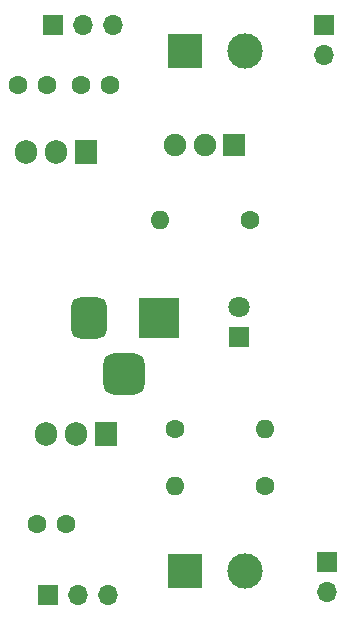
<source format=gbr>
%TF.GenerationSoftware,KiCad,Pcbnew,(6.0.7-1)-1*%
%TF.CreationDate,2022-08-03T11:09:00+05:30*%
%TF.ProjectId,Project2_Udemy,50726f6a-6563-4743-925f-5564656d792e,rev?*%
%TF.SameCoordinates,Original*%
%TF.FileFunction,Soldermask,Top*%
%TF.FilePolarity,Negative*%
%FSLAX46Y46*%
G04 Gerber Fmt 4.6, Leading zero omitted, Abs format (unit mm)*
G04 Created by KiCad (PCBNEW (6.0.7-1)-1) date 2022-08-03 11:09:00*
%MOMM*%
%LPD*%
G01*
G04 APERTURE LIST*
G04 Aperture macros list*
%AMRoundRect*
0 Rectangle with rounded corners*
0 $1 Rounding radius*
0 $2 $3 $4 $5 $6 $7 $8 $9 X,Y pos of 4 corners*
0 Add a 4 corners polygon primitive as box body*
4,1,4,$2,$3,$4,$5,$6,$7,$8,$9,$2,$3,0*
0 Add four circle primitives for the rounded corners*
1,1,$1+$1,$2,$3*
1,1,$1+$1,$4,$5*
1,1,$1+$1,$6,$7*
1,1,$1+$1,$8,$9*
0 Add four rect primitives between the rounded corners*
20,1,$1+$1,$2,$3,$4,$5,0*
20,1,$1+$1,$4,$5,$6,$7,0*
20,1,$1+$1,$6,$7,$8,$9,0*
20,1,$1+$1,$8,$9,$2,$3,0*%
G04 Aperture macros list end*
%ADD10C,1.600000*%
%ADD11R,3.000000X3.000000*%
%ADD12C,3.000000*%
%ADD13R,1.700000X1.700000*%
%ADD14O,1.700000X1.700000*%
%ADD15R,1.900000X1.900000*%
%ADD16C,1.900000*%
%ADD17R,1.905000X2.000000*%
%ADD18O,1.905000X2.000000*%
%ADD19O,1.600000X1.600000*%
%ADD20R,1.800000X1.800000*%
%ADD21C,1.800000*%
%ADD22R,3.500000X3.500000*%
%ADD23RoundRect,0.750000X-0.750000X-1.000000X0.750000X-1.000000X0.750000X1.000000X-0.750000X1.000000X0*%
%ADD24RoundRect,0.875000X-0.875000X-0.875000X0.875000X-0.875000X0.875000X0.875000X-0.875000X0.875000X0*%
G04 APERTURE END LIST*
D10*
%TO.C,C3*%
X136030000Y-75322000D03*
X133530000Y-75322000D03*
%TD*%
D11*
%TO.C,J7*%
X147734000Y-116470000D03*
D12*
X152814000Y-116470000D03*
%TD*%
D13*
%TO.C,J6*%
X159690000Y-115710000D03*
D14*
X159690000Y-118250000D03*
%TD*%
D11*
%TO.C,J4*%
X147734000Y-72442000D03*
D12*
X152814000Y-72442000D03*
%TD*%
D10*
%TO.C,C2*%
X137630000Y-112490000D03*
X135130000Y-112490000D03*
%TD*%
D15*
%TO.C,S1*%
X151870000Y-80390000D03*
D16*
X149370000Y-80390000D03*
X146870000Y-80390000D03*
%TD*%
D17*
%TO.C,U1*%
X141020000Y-104890000D03*
D18*
X138480000Y-104890000D03*
X135940000Y-104890000D03*
%TD*%
D10*
%TO.C,R2*%
X153170000Y-86710000D03*
D19*
X145550000Y-86710000D03*
%TD*%
D10*
%TO.C,C1*%
X141384000Y-75322000D03*
X138884000Y-75322000D03*
%TD*%
%TO.C,R1*%
X146890000Y-104444000D03*
D19*
X154510000Y-104444000D03*
%TD*%
D20*
%TO.C,D1*%
X152274000Y-96663000D03*
D21*
X152274000Y-94123000D03*
%TD*%
D13*
%TO.C,J5*%
X136558000Y-70242000D03*
D14*
X139098000Y-70242000D03*
X141638000Y-70242000D03*
%TD*%
D13*
%TO.C,J3*%
X159470000Y-70210000D03*
D14*
X159470000Y-72750000D03*
%TD*%
D13*
%TO.C,J2*%
X136065000Y-118502000D03*
D14*
X138605000Y-118502000D03*
X141145000Y-118502000D03*
%TD*%
D22*
%TO.C,J1*%
X145530000Y-95050000D03*
D23*
X139530000Y-95050000D03*
D24*
X142530000Y-99750000D03*
%TD*%
D17*
%TO.C,U2*%
X139352000Y-80981000D03*
D18*
X136812000Y-80981000D03*
X134272000Y-80981000D03*
%TD*%
D10*
%TO.C,R3*%
X154510000Y-109270000D03*
D19*
X146890000Y-109270000D03*
%TD*%
M02*

</source>
